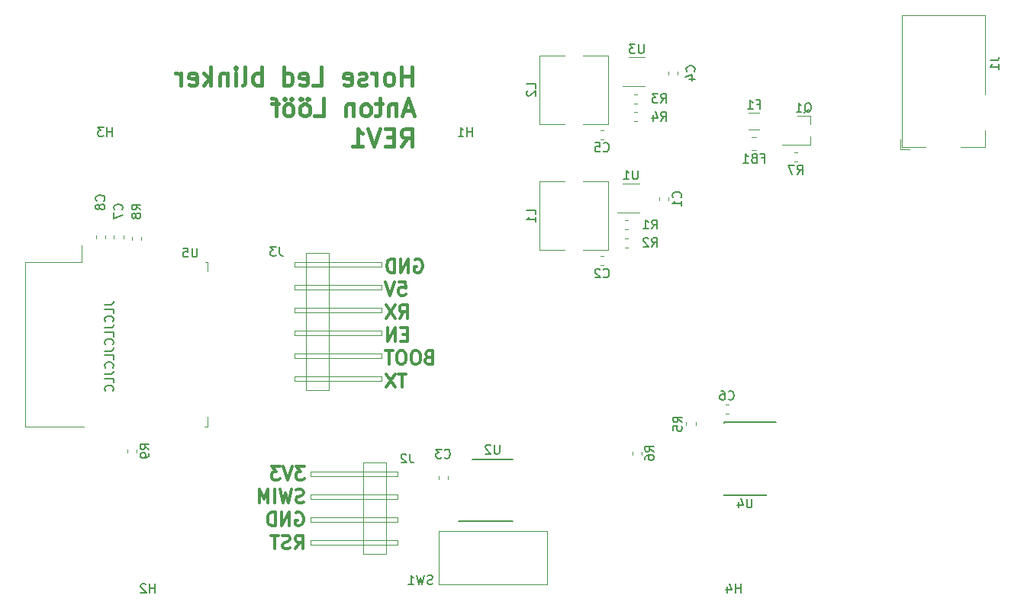
<source format=gbr>
G04 #@! TF.GenerationSoftware,KiCad,Pcbnew,(5.1.5)-3*
G04 #@! TF.CreationDate,2021-05-10T18:35:56+02:00*
G04 #@! TF.ProjectId,kicad,6b696361-642e-46b6-9963-61645f706362,rev?*
G04 #@! TF.SameCoordinates,Original*
G04 #@! TF.FileFunction,Legend,Bot*
G04 #@! TF.FilePolarity,Positive*
%FSLAX46Y46*%
G04 Gerber Fmt 4.6, Leading zero omitted, Abs format (unit mm)*
G04 Created by KiCad (PCBNEW (5.1.5)-3) date 2021-05-10 18:35:56*
%MOMM*%
%LPD*%
G04 APERTURE LIST*
%ADD10C,0.300000*%
%ADD11C,0.400000*%
%ADD12C,0.150000*%
%ADD13C,0.120000*%
%ADD14C,0.100000*%
G04 APERTURE END LIST*
D10*
X124090714Y-127853571D02*
X123162142Y-127853571D01*
X123662142Y-128425000D01*
X123447857Y-128425000D01*
X123305000Y-128496428D01*
X123233571Y-128567857D01*
X123162142Y-128710714D01*
X123162142Y-129067857D01*
X123233571Y-129210714D01*
X123305000Y-129282142D01*
X123447857Y-129353571D01*
X123876428Y-129353571D01*
X124019285Y-129282142D01*
X124090714Y-129210714D01*
X122733571Y-127853571D02*
X122233571Y-129353571D01*
X121733571Y-127853571D01*
X121376428Y-127853571D02*
X120447857Y-127853571D01*
X120947857Y-128425000D01*
X120733571Y-128425000D01*
X120590714Y-128496428D01*
X120519285Y-128567857D01*
X120447857Y-128710714D01*
X120447857Y-129067857D01*
X120519285Y-129210714D01*
X120590714Y-129282142D01*
X120733571Y-129353571D01*
X121162142Y-129353571D01*
X121305000Y-129282142D01*
X121376428Y-129210714D01*
X124019285Y-131832142D02*
X123805000Y-131903571D01*
X123447857Y-131903571D01*
X123305000Y-131832142D01*
X123233571Y-131760714D01*
X123162142Y-131617857D01*
X123162142Y-131475000D01*
X123233571Y-131332142D01*
X123305000Y-131260714D01*
X123447857Y-131189285D01*
X123733571Y-131117857D01*
X123876428Y-131046428D01*
X123947857Y-130975000D01*
X124019285Y-130832142D01*
X124019285Y-130689285D01*
X123947857Y-130546428D01*
X123876428Y-130475000D01*
X123733571Y-130403571D01*
X123376428Y-130403571D01*
X123162142Y-130475000D01*
X122662142Y-130403571D02*
X122305000Y-131903571D01*
X122019285Y-130832142D01*
X121733571Y-131903571D01*
X121376428Y-130403571D01*
X120805000Y-131903571D02*
X120805000Y-130403571D01*
X120090714Y-131903571D02*
X120090714Y-130403571D01*
X119590714Y-131475000D01*
X119090714Y-130403571D01*
X119090714Y-131903571D01*
X123162142Y-133025000D02*
X123305000Y-132953571D01*
X123519285Y-132953571D01*
X123733571Y-133025000D01*
X123876428Y-133167857D01*
X123947857Y-133310714D01*
X124019285Y-133596428D01*
X124019285Y-133810714D01*
X123947857Y-134096428D01*
X123876428Y-134239285D01*
X123733571Y-134382142D01*
X123519285Y-134453571D01*
X123376428Y-134453571D01*
X123162142Y-134382142D01*
X123090714Y-134310714D01*
X123090714Y-133810714D01*
X123376428Y-133810714D01*
X122447857Y-134453571D02*
X122447857Y-132953571D01*
X121590714Y-134453571D01*
X121590714Y-132953571D01*
X120876428Y-134453571D02*
X120876428Y-132953571D01*
X120519285Y-132953571D01*
X120305000Y-133025000D01*
X120162142Y-133167857D01*
X120090714Y-133310714D01*
X120019285Y-133596428D01*
X120019285Y-133810714D01*
X120090714Y-134096428D01*
X120162142Y-134239285D01*
X120305000Y-134382142D01*
X120519285Y-134453571D01*
X120876428Y-134453571D01*
X123090714Y-137003571D02*
X123590714Y-136289285D01*
X123947857Y-137003571D02*
X123947857Y-135503571D01*
X123376428Y-135503571D01*
X123233571Y-135575000D01*
X123162142Y-135646428D01*
X123090714Y-135789285D01*
X123090714Y-136003571D01*
X123162142Y-136146428D01*
X123233571Y-136217857D01*
X123376428Y-136289285D01*
X123947857Y-136289285D01*
X122519285Y-136932142D02*
X122305000Y-137003571D01*
X121947857Y-137003571D01*
X121805000Y-136932142D01*
X121733571Y-136860714D01*
X121662142Y-136717857D01*
X121662142Y-136575000D01*
X121733571Y-136432142D01*
X121805000Y-136360714D01*
X121947857Y-136289285D01*
X122233571Y-136217857D01*
X122376428Y-136146428D01*
X122447857Y-136075000D01*
X122519285Y-135932142D01*
X122519285Y-135789285D01*
X122447857Y-135646428D01*
X122376428Y-135575000D01*
X122233571Y-135503571D01*
X121876428Y-135503571D01*
X121662142Y-135575000D01*
X121233571Y-135503571D02*
X120376428Y-135503571D01*
X120805000Y-137003571D02*
X120805000Y-135503571D01*
X136373571Y-104875000D02*
X136516428Y-104803571D01*
X136730714Y-104803571D01*
X136945000Y-104875000D01*
X137087857Y-105017857D01*
X137159285Y-105160714D01*
X137230714Y-105446428D01*
X137230714Y-105660714D01*
X137159285Y-105946428D01*
X137087857Y-106089285D01*
X136945000Y-106232142D01*
X136730714Y-106303571D01*
X136587857Y-106303571D01*
X136373571Y-106232142D01*
X136302142Y-106160714D01*
X136302142Y-105660714D01*
X136587857Y-105660714D01*
X135659285Y-106303571D02*
X135659285Y-104803571D01*
X134802142Y-106303571D01*
X134802142Y-104803571D01*
X134087857Y-106303571D02*
X134087857Y-104803571D01*
X133730714Y-104803571D01*
X133516428Y-104875000D01*
X133373571Y-105017857D01*
X133302142Y-105160714D01*
X133230714Y-105446428D01*
X133230714Y-105660714D01*
X133302142Y-105946428D01*
X133373571Y-106089285D01*
X133516428Y-106232142D01*
X133730714Y-106303571D01*
X134087857Y-106303571D01*
X134587857Y-107353571D02*
X135302142Y-107353571D01*
X135373571Y-108067857D01*
X135302142Y-107996428D01*
X135159285Y-107925000D01*
X134802142Y-107925000D01*
X134659285Y-107996428D01*
X134587857Y-108067857D01*
X134516428Y-108210714D01*
X134516428Y-108567857D01*
X134587857Y-108710714D01*
X134659285Y-108782142D01*
X134802142Y-108853571D01*
X135159285Y-108853571D01*
X135302142Y-108782142D01*
X135373571Y-108710714D01*
X134087857Y-107353571D02*
X133587857Y-108853571D01*
X133087857Y-107353571D01*
X134659285Y-111403571D02*
X135159285Y-110689285D01*
X135516428Y-111403571D02*
X135516428Y-109903571D01*
X134945000Y-109903571D01*
X134802142Y-109975000D01*
X134730714Y-110046428D01*
X134659285Y-110189285D01*
X134659285Y-110403571D01*
X134730714Y-110546428D01*
X134802142Y-110617857D01*
X134945000Y-110689285D01*
X135516428Y-110689285D01*
X134159285Y-109903571D02*
X133159285Y-111403571D01*
X133159285Y-109903571D02*
X134159285Y-111403571D01*
X135516428Y-113167857D02*
X135016428Y-113167857D01*
X134802142Y-113953571D02*
X135516428Y-113953571D01*
X135516428Y-112453571D01*
X134802142Y-112453571D01*
X134159285Y-113953571D02*
X134159285Y-112453571D01*
X133302142Y-113953571D01*
X133302142Y-112453571D01*
X137873571Y-115717857D02*
X137659285Y-115789285D01*
X137587857Y-115860714D01*
X137516428Y-116003571D01*
X137516428Y-116217857D01*
X137587857Y-116360714D01*
X137659285Y-116432142D01*
X137802142Y-116503571D01*
X138373571Y-116503571D01*
X138373571Y-115003571D01*
X137873571Y-115003571D01*
X137730714Y-115075000D01*
X137659285Y-115146428D01*
X137587857Y-115289285D01*
X137587857Y-115432142D01*
X137659285Y-115575000D01*
X137730714Y-115646428D01*
X137873571Y-115717857D01*
X138373571Y-115717857D01*
X136587857Y-115003571D02*
X136302142Y-115003571D01*
X136159285Y-115075000D01*
X136016428Y-115217857D01*
X135945000Y-115503571D01*
X135945000Y-116003571D01*
X136016428Y-116289285D01*
X136159285Y-116432142D01*
X136302142Y-116503571D01*
X136587857Y-116503571D01*
X136730714Y-116432142D01*
X136873571Y-116289285D01*
X136945000Y-116003571D01*
X136945000Y-115503571D01*
X136873571Y-115217857D01*
X136730714Y-115075000D01*
X136587857Y-115003571D01*
X135016428Y-115003571D02*
X134730714Y-115003571D01*
X134587857Y-115075000D01*
X134445000Y-115217857D01*
X134373571Y-115503571D01*
X134373571Y-116003571D01*
X134445000Y-116289285D01*
X134587857Y-116432142D01*
X134730714Y-116503571D01*
X135016428Y-116503571D01*
X135159285Y-116432142D01*
X135302142Y-116289285D01*
X135373571Y-116003571D01*
X135373571Y-115503571D01*
X135302142Y-115217857D01*
X135159285Y-115075000D01*
X135016428Y-115003571D01*
X133945000Y-115003571D02*
X133087857Y-115003571D01*
X133516428Y-116503571D02*
X133516428Y-115003571D01*
X135373571Y-117553571D02*
X134516428Y-117553571D01*
X134945000Y-119053571D02*
X134945000Y-117553571D01*
X134159285Y-117553571D02*
X133159285Y-119053571D01*
X133159285Y-117553571D02*
X134159285Y-119053571D01*
D11*
X136013809Y-85504761D02*
X136013809Y-83504761D01*
X136013809Y-84457142D02*
X134870952Y-84457142D01*
X134870952Y-85504761D02*
X134870952Y-83504761D01*
X133632857Y-85504761D02*
X133823333Y-85409523D01*
X133918571Y-85314285D01*
X134013809Y-85123809D01*
X134013809Y-84552380D01*
X133918571Y-84361904D01*
X133823333Y-84266666D01*
X133632857Y-84171428D01*
X133347142Y-84171428D01*
X133156666Y-84266666D01*
X133061428Y-84361904D01*
X132966190Y-84552380D01*
X132966190Y-85123809D01*
X133061428Y-85314285D01*
X133156666Y-85409523D01*
X133347142Y-85504761D01*
X133632857Y-85504761D01*
X132109047Y-85504761D02*
X132109047Y-84171428D01*
X132109047Y-84552380D02*
X132013809Y-84361904D01*
X131918571Y-84266666D01*
X131728095Y-84171428D01*
X131537619Y-84171428D01*
X130966190Y-85409523D02*
X130775714Y-85504761D01*
X130394761Y-85504761D01*
X130204285Y-85409523D01*
X130109047Y-85219047D01*
X130109047Y-85123809D01*
X130204285Y-84933333D01*
X130394761Y-84838095D01*
X130680476Y-84838095D01*
X130870952Y-84742857D01*
X130966190Y-84552380D01*
X130966190Y-84457142D01*
X130870952Y-84266666D01*
X130680476Y-84171428D01*
X130394761Y-84171428D01*
X130204285Y-84266666D01*
X128490000Y-85409523D02*
X128680476Y-85504761D01*
X129061428Y-85504761D01*
X129251904Y-85409523D01*
X129347142Y-85219047D01*
X129347142Y-84457142D01*
X129251904Y-84266666D01*
X129061428Y-84171428D01*
X128680476Y-84171428D01*
X128490000Y-84266666D01*
X128394761Y-84457142D01*
X128394761Y-84647619D01*
X129347142Y-84838095D01*
X125061428Y-85504761D02*
X126013809Y-85504761D01*
X126013809Y-83504761D01*
X123632857Y-85409523D02*
X123823333Y-85504761D01*
X124204285Y-85504761D01*
X124394761Y-85409523D01*
X124490000Y-85219047D01*
X124490000Y-84457142D01*
X124394761Y-84266666D01*
X124204285Y-84171428D01*
X123823333Y-84171428D01*
X123632857Y-84266666D01*
X123537619Y-84457142D01*
X123537619Y-84647619D01*
X124490000Y-84838095D01*
X121823333Y-85504761D02*
X121823333Y-83504761D01*
X121823333Y-85409523D02*
X122013809Y-85504761D01*
X122394761Y-85504761D01*
X122585238Y-85409523D01*
X122680476Y-85314285D01*
X122775714Y-85123809D01*
X122775714Y-84552380D01*
X122680476Y-84361904D01*
X122585238Y-84266666D01*
X122394761Y-84171428D01*
X122013809Y-84171428D01*
X121823333Y-84266666D01*
X119347142Y-85504761D02*
X119347142Y-83504761D01*
X119347142Y-84266666D02*
X119156666Y-84171428D01*
X118775714Y-84171428D01*
X118585238Y-84266666D01*
X118490000Y-84361904D01*
X118394761Y-84552380D01*
X118394761Y-85123809D01*
X118490000Y-85314285D01*
X118585238Y-85409523D01*
X118775714Y-85504761D01*
X119156666Y-85504761D01*
X119347142Y-85409523D01*
X117251904Y-85504761D02*
X117442380Y-85409523D01*
X117537619Y-85219047D01*
X117537619Y-83504761D01*
X116490000Y-85504761D02*
X116490000Y-84171428D01*
X116490000Y-83504761D02*
X116585238Y-83600000D01*
X116490000Y-83695238D01*
X116394761Y-83600000D01*
X116490000Y-83504761D01*
X116490000Y-83695238D01*
X115537619Y-84171428D02*
X115537619Y-85504761D01*
X115537619Y-84361904D02*
X115442380Y-84266666D01*
X115251904Y-84171428D01*
X114966190Y-84171428D01*
X114775714Y-84266666D01*
X114680476Y-84457142D01*
X114680476Y-85504761D01*
X113728095Y-85504761D02*
X113728095Y-83504761D01*
X113537619Y-84742857D02*
X112966190Y-85504761D01*
X112966190Y-84171428D02*
X113728095Y-84933333D01*
X111347142Y-85409523D02*
X111537619Y-85504761D01*
X111918571Y-85504761D01*
X112109047Y-85409523D01*
X112204285Y-85219047D01*
X112204285Y-84457142D01*
X112109047Y-84266666D01*
X111918571Y-84171428D01*
X111537619Y-84171428D01*
X111347142Y-84266666D01*
X111251904Y-84457142D01*
X111251904Y-84647619D01*
X112204285Y-84838095D01*
X110394761Y-85504761D02*
X110394761Y-84171428D01*
X110394761Y-84552380D02*
X110299523Y-84361904D01*
X110204285Y-84266666D01*
X110013809Y-84171428D01*
X109823333Y-84171428D01*
X136109047Y-88333333D02*
X135156666Y-88333333D01*
X136299523Y-88904761D02*
X135632857Y-86904761D01*
X134966190Y-88904761D01*
X134299523Y-87571428D02*
X134299523Y-88904761D01*
X134299523Y-87761904D02*
X134204285Y-87666666D01*
X134013809Y-87571428D01*
X133728095Y-87571428D01*
X133537619Y-87666666D01*
X133442380Y-87857142D01*
X133442380Y-88904761D01*
X132775714Y-87571428D02*
X132013809Y-87571428D01*
X132490000Y-86904761D02*
X132490000Y-88619047D01*
X132394761Y-88809523D01*
X132204285Y-88904761D01*
X132013809Y-88904761D01*
X131061428Y-88904761D02*
X131251904Y-88809523D01*
X131347142Y-88714285D01*
X131442380Y-88523809D01*
X131442380Y-87952380D01*
X131347142Y-87761904D01*
X131251904Y-87666666D01*
X131061428Y-87571428D01*
X130775714Y-87571428D01*
X130585238Y-87666666D01*
X130490000Y-87761904D01*
X130394761Y-87952380D01*
X130394761Y-88523809D01*
X130490000Y-88714285D01*
X130585238Y-88809523D01*
X130775714Y-88904761D01*
X131061428Y-88904761D01*
X129537619Y-87571428D02*
X129537619Y-88904761D01*
X129537619Y-87761904D02*
X129442380Y-87666666D01*
X129251904Y-87571428D01*
X128966190Y-87571428D01*
X128775714Y-87666666D01*
X128680476Y-87857142D01*
X128680476Y-88904761D01*
X125251904Y-88904761D02*
X126204285Y-88904761D01*
X126204285Y-86904761D01*
X124299523Y-88904761D02*
X124490000Y-88809523D01*
X124585238Y-88714285D01*
X124680476Y-88523809D01*
X124680476Y-87952380D01*
X124585238Y-87761904D01*
X124490000Y-87666666D01*
X124299523Y-87571428D01*
X124013809Y-87571428D01*
X123823333Y-87666666D01*
X123728095Y-87761904D01*
X123632857Y-87952380D01*
X123632857Y-88523809D01*
X123728095Y-88714285D01*
X123823333Y-88809523D01*
X124013809Y-88904761D01*
X124299523Y-88904761D01*
X124490000Y-86904761D02*
X124394761Y-87000000D01*
X124490000Y-87095238D01*
X124585238Y-87000000D01*
X124490000Y-86904761D01*
X124490000Y-87095238D01*
X123728095Y-86904761D02*
X123632857Y-87000000D01*
X123728095Y-87095238D01*
X123823333Y-87000000D01*
X123728095Y-86904761D01*
X123728095Y-87095238D01*
X122490000Y-88904761D02*
X122680476Y-88809523D01*
X122775714Y-88714285D01*
X122870952Y-88523809D01*
X122870952Y-87952380D01*
X122775714Y-87761904D01*
X122680476Y-87666666D01*
X122490000Y-87571428D01*
X122204285Y-87571428D01*
X122013809Y-87666666D01*
X121918571Y-87761904D01*
X121823333Y-87952380D01*
X121823333Y-88523809D01*
X121918571Y-88714285D01*
X122013809Y-88809523D01*
X122204285Y-88904761D01*
X122490000Y-88904761D01*
X122680476Y-86904761D02*
X122585238Y-87000000D01*
X122680476Y-87095238D01*
X122775714Y-87000000D01*
X122680476Y-86904761D01*
X122680476Y-87095238D01*
X121918571Y-86904761D02*
X121823333Y-87000000D01*
X121918571Y-87095238D01*
X122013809Y-87000000D01*
X121918571Y-86904761D01*
X121918571Y-87095238D01*
X121251904Y-87571428D02*
X120490000Y-87571428D01*
X120966190Y-88904761D02*
X120966190Y-87190476D01*
X120870952Y-87000000D01*
X120680476Y-86904761D01*
X120490000Y-86904761D01*
X134870952Y-92304761D02*
X135537619Y-91352380D01*
X136013809Y-92304761D02*
X136013809Y-90304761D01*
X135251904Y-90304761D01*
X135061428Y-90400000D01*
X134966190Y-90495238D01*
X134870952Y-90685714D01*
X134870952Y-90971428D01*
X134966190Y-91161904D01*
X135061428Y-91257142D01*
X135251904Y-91352380D01*
X136013809Y-91352380D01*
X134013809Y-91257142D02*
X133347142Y-91257142D01*
X133061428Y-92304761D02*
X134013809Y-92304761D01*
X134013809Y-90304761D01*
X133061428Y-90304761D01*
X132490000Y-90304761D02*
X131823333Y-92304761D01*
X131156666Y-90304761D01*
X129442380Y-92304761D02*
X130585238Y-92304761D01*
X130013809Y-92304761D02*
X130013809Y-90304761D01*
X130204285Y-90590476D01*
X130394761Y-90780952D01*
X130585238Y-90876190D01*
D12*
X101952380Y-109880952D02*
X102666666Y-109880952D01*
X102809523Y-109833333D01*
X102904761Y-109738095D01*
X102952380Y-109595238D01*
X102952380Y-109500000D01*
X102952380Y-110833333D02*
X102952380Y-110357142D01*
X101952380Y-110357142D01*
X102857142Y-111738095D02*
X102904761Y-111690476D01*
X102952380Y-111547619D01*
X102952380Y-111452380D01*
X102904761Y-111309523D01*
X102809523Y-111214285D01*
X102714285Y-111166666D01*
X102523809Y-111119047D01*
X102380952Y-111119047D01*
X102190476Y-111166666D01*
X102095238Y-111214285D01*
X102000000Y-111309523D01*
X101952380Y-111452380D01*
X101952380Y-111547619D01*
X102000000Y-111690476D01*
X102047619Y-111738095D01*
X101952380Y-112452380D02*
X102666666Y-112452380D01*
X102809523Y-112404761D01*
X102904761Y-112309523D01*
X102952380Y-112166666D01*
X102952380Y-112071428D01*
X102952380Y-113404761D02*
X102952380Y-112928571D01*
X101952380Y-112928571D01*
X102857142Y-114309523D02*
X102904761Y-114261904D01*
X102952380Y-114119047D01*
X102952380Y-114023809D01*
X102904761Y-113880952D01*
X102809523Y-113785714D01*
X102714285Y-113738095D01*
X102523809Y-113690476D01*
X102380952Y-113690476D01*
X102190476Y-113738095D01*
X102095238Y-113785714D01*
X102000000Y-113880952D01*
X101952380Y-114023809D01*
X101952380Y-114119047D01*
X102000000Y-114261904D01*
X102047619Y-114309523D01*
X101952380Y-115023809D02*
X102666666Y-115023809D01*
X102809523Y-114976190D01*
X102904761Y-114880952D01*
X102952380Y-114738095D01*
X102952380Y-114642857D01*
X102952380Y-115976190D02*
X102952380Y-115500000D01*
X101952380Y-115500000D01*
X102857142Y-116880952D02*
X102904761Y-116833333D01*
X102952380Y-116690476D01*
X102952380Y-116595238D01*
X102904761Y-116452380D01*
X102809523Y-116357142D01*
X102714285Y-116309523D01*
X102523809Y-116261904D01*
X102380952Y-116261904D01*
X102190476Y-116309523D01*
X102095238Y-116357142D01*
X102000000Y-116452380D01*
X101952380Y-116595238D01*
X101952380Y-116690476D01*
X102000000Y-116833333D01*
X102047619Y-116880952D01*
X101952380Y-117595238D02*
X102666666Y-117595238D01*
X102809523Y-117547619D01*
X102904761Y-117452380D01*
X102952380Y-117309523D01*
X102952380Y-117214285D01*
X102952380Y-118547619D02*
X102952380Y-118071428D01*
X101952380Y-118071428D01*
X102857142Y-119452380D02*
X102904761Y-119404761D01*
X102952380Y-119261904D01*
X102952380Y-119166666D01*
X102904761Y-119023809D01*
X102809523Y-118928571D01*
X102714285Y-118880952D01*
X102523809Y-118833333D01*
X102380952Y-118833333D01*
X102190476Y-118880952D01*
X102095238Y-118928571D01*
X102000000Y-119023809D01*
X101952380Y-119166666D01*
X101952380Y-119261904D01*
X102000000Y-119404761D01*
X102047619Y-119452380D01*
D13*
X190400000Y-92400000D02*
X193000000Y-92400000D01*
X190400000Y-77700000D02*
X190400000Y-92400000D01*
X199600000Y-92400000D02*
X199600000Y-90500000D01*
X196900000Y-92400000D02*
X199600000Y-92400000D01*
X199600000Y-77700000D02*
X190400000Y-77700000D01*
X199600000Y-86500000D02*
X199600000Y-77700000D01*
X190200000Y-91550000D02*
X190200000Y-92600000D01*
X191250000Y-92600000D02*
X190200000Y-92600000D01*
D14*
X113110000Y-105180000D02*
X113330000Y-105180000D01*
X113330000Y-105180000D02*
X113330000Y-106200000D01*
X113010000Y-123420000D02*
X113310000Y-123420000D01*
X113330000Y-122300000D02*
X113330000Y-123420000D01*
X93090000Y-105180000D02*
X93090000Y-123420000D01*
X93090000Y-123420000D02*
X99610000Y-123420000D01*
X93090000Y-105180000D02*
X99410000Y-105180000D01*
X99410000Y-105180000D02*
X99410000Y-103300000D01*
D13*
X104490000Y-126296267D02*
X104490000Y-125953733D01*
X105510000Y-126296267D02*
X105510000Y-125953733D01*
X106010000Y-102328733D02*
X106010000Y-102671267D01*
X104990000Y-102328733D02*
X104990000Y-102671267D01*
X178453733Y-92990000D02*
X178796267Y-92990000D01*
X178453733Y-94010000D02*
X178796267Y-94010000D01*
X180260000Y-88920000D02*
X178800000Y-88920000D01*
X180260000Y-92080000D02*
X177100000Y-92080000D01*
X180260000Y-92080000D02*
X180260000Y-91150000D01*
X180260000Y-88920000D02*
X180260000Y-89850000D01*
X123032000Y-105634500D02*
X132684000Y-105634500D01*
X126842000Y-104110500D02*
X126842000Y-114207000D01*
X132684000Y-107666500D02*
X123032000Y-107666500D01*
X132684000Y-105126500D02*
X123032000Y-105126500D01*
X124302000Y-113000500D02*
X124302000Y-104110500D01*
X123032000Y-105126500D02*
X123032000Y-105634500D01*
X123032000Y-108174500D02*
X132684000Y-108174500D01*
X132684000Y-108174500D02*
X132684000Y-107666500D01*
X132684000Y-105634500D02*
X132684000Y-105126500D01*
X124302000Y-104110500D02*
X126842000Y-104110500D01*
X123032000Y-107666500D02*
X123032000Y-108174500D01*
X123032000Y-110206500D02*
X123032000Y-110714500D01*
X132684000Y-110206500D02*
X123032000Y-110206500D01*
X132684000Y-110714500D02*
X132684000Y-110206500D01*
X123032000Y-110714500D02*
X132684000Y-110714500D01*
X123032000Y-112746500D02*
X123032000Y-113254500D01*
X132684000Y-112746500D02*
X123032000Y-112746500D01*
X132684000Y-113254500D02*
X132684000Y-112746500D01*
X123032000Y-113254500D02*
X132684000Y-113254500D01*
X123032000Y-115286500D02*
X123032000Y-115794500D01*
X132684000Y-115286500D02*
X123032000Y-115286500D01*
X132684000Y-115794500D02*
X132684000Y-115286500D01*
X123032000Y-115794500D02*
X132684000Y-115794500D01*
X123032000Y-117826500D02*
X123032000Y-118334500D01*
X132684000Y-117826500D02*
X123032000Y-117826500D01*
X132684000Y-118334500D02*
X132684000Y-117826500D01*
X123032000Y-118334500D02*
X132684000Y-118334500D01*
X124302000Y-119287000D02*
X124302000Y-118080500D01*
X126842000Y-119350500D02*
X124302000Y-119350500D01*
X126842000Y-109190500D02*
X126842000Y-119287000D01*
X124302000Y-118080500D02*
X124302000Y-109190500D01*
X100990000Y-102546267D02*
X100990000Y-102203733D01*
X102010000Y-102546267D02*
X102010000Y-102203733D01*
X102990000Y-102546267D02*
X102990000Y-102203733D01*
X104010000Y-102546267D02*
X104010000Y-102203733D01*
D12*
X175325000Y-131025000D02*
X170675000Y-131025000D01*
X176400000Y-122925000D02*
X170675000Y-122925000D01*
X175325000Y-131025000D02*
X175325000Y-131000000D01*
X170675000Y-131025000D02*
X170675000Y-131000000D01*
X170675000Y-122975000D02*
X170675000Y-123000000D01*
D13*
X161900000Y-85610000D02*
X159450000Y-85610000D01*
X160100000Y-82390000D02*
X161900000Y-82390000D01*
X160490000Y-126546267D02*
X160490000Y-126203733D01*
X161510000Y-126546267D02*
X161510000Y-126203733D01*
X167510000Y-122953733D02*
X167510000Y-123296267D01*
X166490000Y-122953733D02*
X166490000Y-123296267D01*
X161046267Y-89510000D02*
X160703733Y-89510000D01*
X161046267Y-88490000D02*
X160703733Y-88490000D01*
X160703733Y-86490000D02*
X161046267Y-86490000D01*
X160703733Y-87510000D02*
X161046267Y-87510000D01*
X157800000Y-82200000D02*
X155050000Y-82200000D01*
X157800000Y-89800000D02*
X155050000Y-89800000D01*
X157800000Y-82200000D02*
X157800000Y-89800000D01*
X152950000Y-89800000D02*
X150200000Y-89800000D01*
X150200000Y-82200000D02*
X150200000Y-89800000D01*
X152950000Y-82200000D02*
X150200000Y-82200000D01*
X170828733Y-120990000D02*
X171171267Y-120990000D01*
X170828733Y-122010000D02*
X171171267Y-122010000D01*
X156953733Y-90490000D02*
X157296267Y-90490000D01*
X156953733Y-91510000D02*
X157296267Y-91510000D01*
X165510000Y-83953733D02*
X165510000Y-84296267D01*
X164490000Y-83953733D02*
X164490000Y-84296267D01*
X134468000Y-136564000D02*
X134468000Y-136056000D01*
X124816000Y-136564000D02*
X134468000Y-136564000D01*
X124816000Y-136056000D02*
X124816000Y-136564000D01*
X134468000Y-136056000D02*
X124816000Y-136056000D01*
X134468000Y-134024000D02*
X134468000Y-133516000D01*
X124816000Y-134024000D02*
X134468000Y-134024000D01*
X124816000Y-133516000D02*
X124816000Y-134024000D01*
X134468000Y-133516000D02*
X124816000Y-133516000D01*
X134468000Y-131484000D02*
X134468000Y-130976000D01*
X124816000Y-131484000D02*
X134468000Y-131484000D01*
X124816000Y-130976000D02*
X124816000Y-131484000D01*
X134468000Y-130976000D02*
X124816000Y-130976000D01*
X134468000Y-128944000D02*
X134468000Y-128436000D01*
X124816000Y-128944000D02*
X134468000Y-128944000D01*
X124816000Y-128436000D02*
X124816000Y-128944000D01*
X134468000Y-128436000D02*
X124816000Y-128436000D01*
X133198000Y-127483500D02*
X133198000Y-128690000D01*
X130658000Y-127420000D02*
X133198000Y-127420000D01*
X130658000Y-137580000D02*
X130658000Y-127483500D01*
X133198000Y-137580000D02*
X130658000Y-137580000D01*
X133198000Y-128690000D02*
X133198000Y-137580000D01*
D12*
X141250000Y-133950000D02*
X147225000Y-133950000D01*
X142775000Y-127050000D02*
X147225000Y-127050000D01*
D13*
X161250000Y-99610000D02*
X158800000Y-99610000D01*
X159450000Y-96390000D02*
X161250000Y-96390000D01*
X139000000Y-135000000D02*
X139000000Y-141000000D01*
X151000000Y-135000000D02*
X139000000Y-135000000D01*
X151000000Y-141000000D02*
X151000000Y-135000000D01*
X139000000Y-141000000D02*
X151000000Y-141000000D01*
X160046267Y-103510000D02*
X159703733Y-103510000D01*
X160046267Y-102490000D02*
X159703733Y-102490000D01*
X159703733Y-100490000D02*
X160046267Y-100490000D01*
X159703733Y-101510000D02*
X160046267Y-101510000D01*
X157800000Y-96200000D02*
X155050000Y-96200000D01*
X157800000Y-103800000D02*
X155050000Y-103800000D01*
X157800000Y-96200000D02*
X157800000Y-103800000D01*
X152950000Y-103800000D02*
X150200000Y-103800000D01*
X150200000Y-96200000D02*
X150200000Y-103800000D01*
X152950000Y-96200000D02*
X150200000Y-96200000D01*
X173738748Y-91290000D02*
X174261252Y-91290000D01*
X173738748Y-92710000D02*
X174261252Y-92710000D01*
X174614564Y-90410000D02*
X173410436Y-90410000D01*
X174614564Y-88590000D02*
X173410436Y-88590000D01*
X140010000Y-128953733D02*
X140010000Y-129296267D01*
X138990000Y-128953733D02*
X138990000Y-129296267D01*
X156953733Y-104490000D02*
X157296267Y-104490000D01*
X156953733Y-105510000D02*
X157296267Y-105510000D01*
X164510000Y-97953733D02*
X164510000Y-98296267D01*
X163490000Y-97953733D02*
X163490000Y-98296267D01*
D12*
X200202380Y-82716666D02*
X200916666Y-82716666D01*
X201059523Y-82669047D01*
X201154761Y-82573809D01*
X201202380Y-82430952D01*
X201202380Y-82335714D01*
X201202380Y-83716666D02*
X201202380Y-83145238D01*
X201202380Y-83430952D02*
X200202380Y-83430952D01*
X200345238Y-83335714D01*
X200440476Y-83240476D01*
X200488095Y-83145238D01*
X112201904Y-103582380D02*
X112201904Y-104391904D01*
X112154285Y-104487142D01*
X112106666Y-104534761D01*
X112011428Y-104582380D01*
X111820952Y-104582380D01*
X111725714Y-104534761D01*
X111678095Y-104487142D01*
X111630476Y-104391904D01*
X111630476Y-103582380D01*
X110678095Y-103582380D02*
X111154285Y-103582380D01*
X111201904Y-104058571D01*
X111154285Y-104010952D01*
X111059047Y-103963333D01*
X110820952Y-103963333D01*
X110725714Y-104010952D01*
X110678095Y-104058571D01*
X110630476Y-104153809D01*
X110630476Y-104391904D01*
X110678095Y-104487142D01*
X110725714Y-104534761D01*
X110820952Y-104582380D01*
X111059047Y-104582380D01*
X111154285Y-104534761D01*
X111201904Y-104487142D01*
X106882380Y-125958333D02*
X106406190Y-125625000D01*
X106882380Y-125386904D02*
X105882380Y-125386904D01*
X105882380Y-125767857D01*
X105930000Y-125863095D01*
X105977619Y-125910714D01*
X106072857Y-125958333D01*
X106215714Y-125958333D01*
X106310952Y-125910714D01*
X106358571Y-125863095D01*
X106406190Y-125767857D01*
X106406190Y-125386904D01*
X106882380Y-126434523D02*
X106882380Y-126625000D01*
X106834761Y-126720238D01*
X106787142Y-126767857D01*
X106644285Y-126863095D01*
X106453809Y-126910714D01*
X106072857Y-126910714D01*
X105977619Y-126863095D01*
X105930000Y-126815476D01*
X105882380Y-126720238D01*
X105882380Y-126529761D01*
X105930000Y-126434523D01*
X105977619Y-126386904D01*
X106072857Y-126339285D01*
X106310952Y-126339285D01*
X106406190Y-126386904D01*
X106453809Y-126434523D01*
X106501428Y-126529761D01*
X106501428Y-126720238D01*
X106453809Y-126815476D01*
X106406190Y-126863095D01*
X106310952Y-126910714D01*
X105952380Y-99333333D02*
X105476190Y-99000000D01*
X105952380Y-98761904D02*
X104952380Y-98761904D01*
X104952380Y-99142857D01*
X105000000Y-99238095D01*
X105047619Y-99285714D01*
X105142857Y-99333333D01*
X105285714Y-99333333D01*
X105380952Y-99285714D01*
X105428571Y-99238095D01*
X105476190Y-99142857D01*
X105476190Y-98761904D01*
X105380952Y-99904761D02*
X105333333Y-99809523D01*
X105285714Y-99761904D01*
X105190476Y-99714285D01*
X105142857Y-99714285D01*
X105047619Y-99761904D01*
X105000000Y-99809523D01*
X104952380Y-99904761D01*
X104952380Y-100095238D01*
X105000000Y-100190476D01*
X105047619Y-100238095D01*
X105142857Y-100285714D01*
X105190476Y-100285714D01*
X105285714Y-100238095D01*
X105333333Y-100190476D01*
X105380952Y-100095238D01*
X105380952Y-99904761D01*
X105428571Y-99809523D01*
X105476190Y-99761904D01*
X105571428Y-99714285D01*
X105761904Y-99714285D01*
X105857142Y-99761904D01*
X105904761Y-99809523D01*
X105952380Y-99904761D01*
X105952380Y-100095238D01*
X105904761Y-100190476D01*
X105857142Y-100238095D01*
X105761904Y-100285714D01*
X105571428Y-100285714D01*
X105476190Y-100238095D01*
X105428571Y-100190476D01*
X105380952Y-100095238D01*
X178791666Y-95382380D02*
X179125000Y-94906190D01*
X179363095Y-95382380D02*
X179363095Y-94382380D01*
X178982142Y-94382380D01*
X178886904Y-94430000D01*
X178839285Y-94477619D01*
X178791666Y-94572857D01*
X178791666Y-94715714D01*
X178839285Y-94810952D01*
X178886904Y-94858571D01*
X178982142Y-94906190D01*
X179363095Y-94906190D01*
X178458333Y-94382380D02*
X177791666Y-94382380D01*
X178220238Y-95382380D01*
X179595238Y-88547619D02*
X179690476Y-88500000D01*
X179785714Y-88404761D01*
X179928571Y-88261904D01*
X180023809Y-88214285D01*
X180119047Y-88214285D01*
X180071428Y-88452380D02*
X180166666Y-88404761D01*
X180261904Y-88309523D01*
X180309523Y-88119047D01*
X180309523Y-87785714D01*
X180261904Y-87595238D01*
X180166666Y-87500000D01*
X180071428Y-87452380D01*
X179880952Y-87452380D01*
X179785714Y-87500000D01*
X179690476Y-87595238D01*
X179642857Y-87785714D01*
X179642857Y-88119047D01*
X179690476Y-88309523D01*
X179785714Y-88404761D01*
X179880952Y-88452380D01*
X180071428Y-88452380D01*
X178690476Y-88452380D02*
X179261904Y-88452380D01*
X178976190Y-88452380D02*
X178976190Y-87452380D01*
X179071428Y-87595238D01*
X179166666Y-87690476D01*
X179261904Y-87738095D01*
X121333333Y-103452380D02*
X121333333Y-104166666D01*
X121380952Y-104309523D01*
X121476190Y-104404761D01*
X121619047Y-104452380D01*
X121714285Y-104452380D01*
X120952380Y-103452380D02*
X120333333Y-103452380D01*
X120666666Y-103833333D01*
X120523809Y-103833333D01*
X120428571Y-103880952D01*
X120380952Y-103928571D01*
X120333333Y-104023809D01*
X120333333Y-104261904D01*
X120380952Y-104357142D01*
X120428571Y-104404761D01*
X120523809Y-104452380D01*
X120809523Y-104452380D01*
X120904761Y-104404761D01*
X120952380Y-104357142D01*
X101857142Y-98333333D02*
X101904761Y-98285714D01*
X101952380Y-98142857D01*
X101952380Y-98047619D01*
X101904761Y-97904761D01*
X101809523Y-97809523D01*
X101714285Y-97761904D01*
X101523809Y-97714285D01*
X101380952Y-97714285D01*
X101190476Y-97761904D01*
X101095238Y-97809523D01*
X101000000Y-97904761D01*
X100952380Y-98047619D01*
X100952380Y-98142857D01*
X101000000Y-98285714D01*
X101047619Y-98333333D01*
X101380952Y-98904761D02*
X101333333Y-98809523D01*
X101285714Y-98761904D01*
X101190476Y-98714285D01*
X101142857Y-98714285D01*
X101047619Y-98761904D01*
X101000000Y-98809523D01*
X100952380Y-98904761D01*
X100952380Y-99095238D01*
X101000000Y-99190476D01*
X101047619Y-99238095D01*
X101142857Y-99285714D01*
X101190476Y-99285714D01*
X101285714Y-99238095D01*
X101333333Y-99190476D01*
X101380952Y-99095238D01*
X101380952Y-98904761D01*
X101428571Y-98809523D01*
X101476190Y-98761904D01*
X101571428Y-98714285D01*
X101761904Y-98714285D01*
X101857142Y-98761904D01*
X101904761Y-98809523D01*
X101952380Y-98904761D01*
X101952380Y-99095238D01*
X101904761Y-99190476D01*
X101857142Y-99238095D01*
X101761904Y-99285714D01*
X101571428Y-99285714D01*
X101476190Y-99238095D01*
X101428571Y-99190476D01*
X101380952Y-99095238D01*
X103857142Y-99333333D02*
X103904761Y-99285714D01*
X103952380Y-99142857D01*
X103952380Y-99047619D01*
X103904761Y-98904761D01*
X103809523Y-98809523D01*
X103714285Y-98761904D01*
X103523809Y-98714285D01*
X103380952Y-98714285D01*
X103190476Y-98761904D01*
X103095238Y-98809523D01*
X103000000Y-98904761D01*
X102952380Y-99047619D01*
X102952380Y-99142857D01*
X103000000Y-99285714D01*
X103047619Y-99333333D01*
X102952380Y-99666666D02*
X102952380Y-100333333D01*
X103952380Y-99904761D01*
X173761904Y-131452380D02*
X173761904Y-132261904D01*
X173714285Y-132357142D01*
X173666666Y-132404761D01*
X173571428Y-132452380D01*
X173380952Y-132452380D01*
X173285714Y-132404761D01*
X173238095Y-132357142D01*
X173190476Y-132261904D01*
X173190476Y-131452380D01*
X172285714Y-131785714D02*
X172285714Y-132452380D01*
X172523809Y-131404761D02*
X172761904Y-132119047D01*
X172142857Y-132119047D01*
X161761904Y-80952380D02*
X161761904Y-81761904D01*
X161714285Y-81857142D01*
X161666666Y-81904761D01*
X161571428Y-81952380D01*
X161380952Y-81952380D01*
X161285714Y-81904761D01*
X161238095Y-81857142D01*
X161190476Y-81761904D01*
X161190476Y-80952380D01*
X160809523Y-80952380D02*
X160190476Y-80952380D01*
X160523809Y-81333333D01*
X160380952Y-81333333D01*
X160285714Y-81380952D01*
X160238095Y-81428571D01*
X160190476Y-81523809D01*
X160190476Y-81761904D01*
X160238095Y-81857142D01*
X160285714Y-81904761D01*
X160380952Y-81952380D01*
X160666666Y-81952380D01*
X160761904Y-81904761D01*
X160809523Y-81857142D01*
X162882380Y-126208333D02*
X162406190Y-125875000D01*
X162882380Y-125636904D02*
X161882380Y-125636904D01*
X161882380Y-126017857D01*
X161930000Y-126113095D01*
X161977619Y-126160714D01*
X162072857Y-126208333D01*
X162215714Y-126208333D01*
X162310952Y-126160714D01*
X162358571Y-126113095D01*
X162406190Y-126017857D01*
X162406190Y-125636904D01*
X161882380Y-127065476D02*
X161882380Y-126875000D01*
X161930000Y-126779761D01*
X161977619Y-126732142D01*
X162120476Y-126636904D01*
X162310952Y-126589285D01*
X162691904Y-126589285D01*
X162787142Y-126636904D01*
X162834761Y-126684523D01*
X162882380Y-126779761D01*
X162882380Y-126970238D01*
X162834761Y-127065476D01*
X162787142Y-127113095D01*
X162691904Y-127160714D01*
X162453809Y-127160714D01*
X162358571Y-127113095D01*
X162310952Y-127065476D01*
X162263333Y-126970238D01*
X162263333Y-126779761D01*
X162310952Y-126684523D01*
X162358571Y-126636904D01*
X162453809Y-126589285D01*
X166022380Y-122958333D02*
X165546190Y-122625000D01*
X166022380Y-122386904D02*
X165022380Y-122386904D01*
X165022380Y-122767857D01*
X165070000Y-122863095D01*
X165117619Y-122910714D01*
X165212857Y-122958333D01*
X165355714Y-122958333D01*
X165450952Y-122910714D01*
X165498571Y-122863095D01*
X165546190Y-122767857D01*
X165546190Y-122386904D01*
X165022380Y-123863095D02*
X165022380Y-123386904D01*
X165498571Y-123339285D01*
X165450952Y-123386904D01*
X165403333Y-123482142D01*
X165403333Y-123720238D01*
X165450952Y-123815476D01*
X165498571Y-123863095D01*
X165593809Y-123910714D01*
X165831904Y-123910714D01*
X165927142Y-123863095D01*
X165974761Y-123815476D01*
X166022380Y-123720238D01*
X166022380Y-123482142D01*
X165974761Y-123386904D01*
X165927142Y-123339285D01*
X163666666Y-89452380D02*
X164000000Y-88976190D01*
X164238095Y-89452380D02*
X164238095Y-88452380D01*
X163857142Y-88452380D01*
X163761904Y-88500000D01*
X163714285Y-88547619D01*
X163666666Y-88642857D01*
X163666666Y-88785714D01*
X163714285Y-88880952D01*
X163761904Y-88928571D01*
X163857142Y-88976190D01*
X164238095Y-88976190D01*
X162809523Y-88785714D02*
X162809523Y-89452380D01*
X163047619Y-88404761D02*
X163285714Y-89119047D01*
X162666666Y-89119047D01*
X163666666Y-87452380D02*
X164000000Y-86976190D01*
X164238095Y-87452380D02*
X164238095Y-86452380D01*
X163857142Y-86452380D01*
X163761904Y-86500000D01*
X163714285Y-86547619D01*
X163666666Y-86642857D01*
X163666666Y-86785714D01*
X163714285Y-86880952D01*
X163761904Y-86928571D01*
X163857142Y-86976190D01*
X164238095Y-86976190D01*
X163333333Y-86452380D02*
X162714285Y-86452380D01*
X163047619Y-86833333D01*
X162904761Y-86833333D01*
X162809523Y-86880952D01*
X162761904Y-86928571D01*
X162714285Y-87023809D01*
X162714285Y-87261904D01*
X162761904Y-87357142D01*
X162809523Y-87404761D01*
X162904761Y-87452380D01*
X163190476Y-87452380D01*
X163285714Y-87404761D01*
X163333333Y-87357142D01*
X149752380Y-85833333D02*
X149752380Y-85357142D01*
X148752380Y-85357142D01*
X148847619Y-86119047D02*
X148800000Y-86166666D01*
X148752380Y-86261904D01*
X148752380Y-86500000D01*
X148800000Y-86595238D01*
X148847619Y-86642857D01*
X148942857Y-86690476D01*
X149038095Y-86690476D01*
X149180952Y-86642857D01*
X149752380Y-86071428D01*
X149752380Y-86690476D01*
X171166666Y-120357142D02*
X171214285Y-120404761D01*
X171357142Y-120452380D01*
X171452380Y-120452380D01*
X171595238Y-120404761D01*
X171690476Y-120309523D01*
X171738095Y-120214285D01*
X171785714Y-120023809D01*
X171785714Y-119880952D01*
X171738095Y-119690476D01*
X171690476Y-119595238D01*
X171595238Y-119500000D01*
X171452380Y-119452380D01*
X171357142Y-119452380D01*
X171214285Y-119500000D01*
X171166666Y-119547619D01*
X170309523Y-119452380D02*
X170500000Y-119452380D01*
X170595238Y-119500000D01*
X170642857Y-119547619D01*
X170738095Y-119690476D01*
X170785714Y-119880952D01*
X170785714Y-120261904D01*
X170738095Y-120357142D01*
X170690476Y-120404761D01*
X170595238Y-120452380D01*
X170404761Y-120452380D01*
X170309523Y-120404761D01*
X170261904Y-120357142D01*
X170214285Y-120261904D01*
X170214285Y-120023809D01*
X170261904Y-119928571D01*
X170309523Y-119880952D01*
X170404761Y-119833333D01*
X170595238Y-119833333D01*
X170690476Y-119880952D01*
X170738095Y-119928571D01*
X170785714Y-120023809D01*
X157291666Y-92787142D02*
X157339285Y-92834761D01*
X157482142Y-92882380D01*
X157577380Y-92882380D01*
X157720238Y-92834761D01*
X157815476Y-92739523D01*
X157863095Y-92644285D01*
X157910714Y-92453809D01*
X157910714Y-92310952D01*
X157863095Y-92120476D01*
X157815476Y-92025238D01*
X157720238Y-91930000D01*
X157577380Y-91882380D01*
X157482142Y-91882380D01*
X157339285Y-91930000D01*
X157291666Y-91977619D01*
X156386904Y-91882380D02*
X156863095Y-91882380D01*
X156910714Y-92358571D01*
X156863095Y-92310952D01*
X156767857Y-92263333D01*
X156529761Y-92263333D01*
X156434523Y-92310952D01*
X156386904Y-92358571D01*
X156339285Y-92453809D01*
X156339285Y-92691904D01*
X156386904Y-92787142D01*
X156434523Y-92834761D01*
X156529761Y-92882380D01*
X156767857Y-92882380D01*
X156863095Y-92834761D01*
X156910714Y-92787142D01*
X167357142Y-83958333D02*
X167404761Y-83910714D01*
X167452380Y-83767857D01*
X167452380Y-83672619D01*
X167404761Y-83529761D01*
X167309523Y-83434523D01*
X167214285Y-83386904D01*
X167023809Y-83339285D01*
X166880952Y-83339285D01*
X166690476Y-83386904D01*
X166595238Y-83434523D01*
X166500000Y-83529761D01*
X166452380Y-83672619D01*
X166452380Y-83767857D01*
X166500000Y-83910714D01*
X166547619Y-83958333D01*
X166785714Y-84815476D02*
X167452380Y-84815476D01*
X166404761Y-84577380D02*
X167119047Y-84339285D01*
X167119047Y-84958333D01*
X135833333Y-126452380D02*
X135833333Y-127166666D01*
X135880952Y-127309523D01*
X135976190Y-127404761D01*
X136119047Y-127452380D01*
X136214285Y-127452380D01*
X135404761Y-126547619D02*
X135357142Y-126500000D01*
X135261904Y-126452380D01*
X135023809Y-126452380D01*
X134928571Y-126500000D01*
X134880952Y-126547619D01*
X134833333Y-126642857D01*
X134833333Y-126738095D01*
X134880952Y-126880952D01*
X135452380Y-127452380D01*
X134833333Y-127452380D01*
X145761904Y-125452380D02*
X145761904Y-126261904D01*
X145714285Y-126357142D01*
X145666666Y-126404761D01*
X145571428Y-126452380D01*
X145380952Y-126452380D01*
X145285714Y-126404761D01*
X145238095Y-126357142D01*
X145190476Y-126261904D01*
X145190476Y-125452380D01*
X144761904Y-125547619D02*
X144714285Y-125500000D01*
X144619047Y-125452380D01*
X144380952Y-125452380D01*
X144285714Y-125500000D01*
X144238095Y-125547619D01*
X144190476Y-125642857D01*
X144190476Y-125738095D01*
X144238095Y-125880952D01*
X144809523Y-126452380D01*
X144190476Y-126452380D01*
X161111904Y-94952380D02*
X161111904Y-95761904D01*
X161064285Y-95857142D01*
X161016666Y-95904761D01*
X160921428Y-95952380D01*
X160730952Y-95952380D01*
X160635714Y-95904761D01*
X160588095Y-95857142D01*
X160540476Y-95761904D01*
X160540476Y-94952380D01*
X159540476Y-95952380D02*
X160111904Y-95952380D01*
X159826190Y-95952380D02*
X159826190Y-94952380D01*
X159921428Y-95095238D01*
X160016666Y-95190476D01*
X160111904Y-95238095D01*
X138333333Y-140904761D02*
X138190476Y-140952380D01*
X137952380Y-140952380D01*
X137857142Y-140904761D01*
X137809523Y-140857142D01*
X137761904Y-140761904D01*
X137761904Y-140666666D01*
X137809523Y-140571428D01*
X137857142Y-140523809D01*
X137952380Y-140476190D01*
X138142857Y-140428571D01*
X138238095Y-140380952D01*
X138285714Y-140333333D01*
X138333333Y-140238095D01*
X138333333Y-140142857D01*
X138285714Y-140047619D01*
X138238095Y-140000000D01*
X138142857Y-139952380D01*
X137904761Y-139952380D01*
X137761904Y-140000000D01*
X137428571Y-139952380D02*
X137190476Y-140952380D01*
X137000000Y-140238095D01*
X136809523Y-140952380D01*
X136571428Y-139952380D01*
X135666666Y-140952380D02*
X136238095Y-140952380D01*
X135952380Y-140952380D02*
X135952380Y-139952380D01*
X136047619Y-140095238D01*
X136142857Y-140190476D01*
X136238095Y-140238095D01*
X162666666Y-103452380D02*
X163000000Y-102976190D01*
X163238095Y-103452380D02*
X163238095Y-102452380D01*
X162857142Y-102452380D01*
X162761904Y-102500000D01*
X162714285Y-102547619D01*
X162666666Y-102642857D01*
X162666666Y-102785714D01*
X162714285Y-102880952D01*
X162761904Y-102928571D01*
X162857142Y-102976190D01*
X163238095Y-102976190D01*
X162285714Y-102547619D02*
X162238095Y-102500000D01*
X162142857Y-102452380D01*
X161904761Y-102452380D01*
X161809523Y-102500000D01*
X161761904Y-102547619D01*
X161714285Y-102642857D01*
X161714285Y-102738095D01*
X161761904Y-102880952D01*
X162333333Y-103452380D01*
X161714285Y-103452380D01*
X162666666Y-101452380D02*
X163000000Y-100976190D01*
X163238095Y-101452380D02*
X163238095Y-100452380D01*
X162857142Y-100452380D01*
X162761904Y-100500000D01*
X162714285Y-100547619D01*
X162666666Y-100642857D01*
X162666666Y-100785714D01*
X162714285Y-100880952D01*
X162761904Y-100928571D01*
X162857142Y-100976190D01*
X163238095Y-100976190D01*
X161714285Y-101452380D02*
X162285714Y-101452380D01*
X162000000Y-101452380D02*
X162000000Y-100452380D01*
X162095238Y-100595238D01*
X162190476Y-100690476D01*
X162285714Y-100738095D01*
X149752380Y-99833333D02*
X149752380Y-99357142D01*
X148752380Y-99357142D01*
X149752380Y-100690476D02*
X149752380Y-100119047D01*
X149752380Y-100404761D02*
X148752380Y-100404761D01*
X148895238Y-100309523D01*
X148990476Y-100214285D01*
X149038095Y-100119047D01*
X172511904Y-141902380D02*
X172511904Y-140902380D01*
X172511904Y-141378571D02*
X171940476Y-141378571D01*
X171940476Y-141902380D02*
X171940476Y-140902380D01*
X171035714Y-141235714D02*
X171035714Y-141902380D01*
X171273809Y-140854761D02*
X171511904Y-141569047D01*
X170892857Y-141569047D01*
X102761904Y-91152380D02*
X102761904Y-90152380D01*
X102761904Y-90628571D02*
X102190476Y-90628571D01*
X102190476Y-91152380D02*
X102190476Y-90152380D01*
X101809523Y-90152380D02*
X101190476Y-90152380D01*
X101523809Y-90533333D01*
X101380952Y-90533333D01*
X101285714Y-90580952D01*
X101238095Y-90628571D01*
X101190476Y-90723809D01*
X101190476Y-90961904D01*
X101238095Y-91057142D01*
X101285714Y-91104761D01*
X101380952Y-91152380D01*
X101666666Y-91152380D01*
X101761904Y-91104761D01*
X101809523Y-91057142D01*
X107511904Y-141902380D02*
X107511904Y-140902380D01*
X107511904Y-141378571D02*
X106940476Y-141378571D01*
X106940476Y-141902380D02*
X106940476Y-140902380D01*
X106511904Y-140997619D02*
X106464285Y-140950000D01*
X106369047Y-140902380D01*
X106130952Y-140902380D01*
X106035714Y-140950000D01*
X105988095Y-140997619D01*
X105940476Y-141092857D01*
X105940476Y-141188095D01*
X105988095Y-141330952D01*
X106559523Y-141902380D01*
X105940476Y-141902380D01*
X142761904Y-91152380D02*
X142761904Y-90152380D01*
X142761904Y-90628571D02*
X142190476Y-90628571D01*
X142190476Y-91152380D02*
X142190476Y-90152380D01*
X141190476Y-91152380D02*
X141761904Y-91152380D01*
X141476190Y-91152380D02*
X141476190Y-90152380D01*
X141571428Y-90295238D01*
X141666666Y-90390476D01*
X141761904Y-90438095D01*
X174833333Y-93578571D02*
X175166666Y-93578571D01*
X175166666Y-94102380D02*
X175166666Y-93102380D01*
X174690476Y-93102380D01*
X173976190Y-93578571D02*
X173833333Y-93626190D01*
X173785714Y-93673809D01*
X173738095Y-93769047D01*
X173738095Y-93911904D01*
X173785714Y-94007142D01*
X173833333Y-94054761D01*
X173928571Y-94102380D01*
X174309523Y-94102380D01*
X174309523Y-93102380D01*
X173976190Y-93102380D01*
X173880952Y-93150000D01*
X173833333Y-93197619D01*
X173785714Y-93292857D01*
X173785714Y-93388095D01*
X173833333Y-93483333D01*
X173880952Y-93530952D01*
X173976190Y-93578571D01*
X174309523Y-93578571D01*
X172785714Y-94102380D02*
X173357142Y-94102380D01*
X173071428Y-94102380D02*
X173071428Y-93102380D01*
X173166666Y-93245238D01*
X173261904Y-93340476D01*
X173357142Y-93388095D01*
X174345833Y-87608571D02*
X174679166Y-87608571D01*
X174679166Y-88132380D02*
X174679166Y-87132380D01*
X174202976Y-87132380D01*
X173298214Y-88132380D02*
X173869642Y-88132380D01*
X173583928Y-88132380D02*
X173583928Y-87132380D01*
X173679166Y-87275238D01*
X173774404Y-87370476D01*
X173869642Y-87418095D01*
X139666666Y-126857142D02*
X139714285Y-126904761D01*
X139857142Y-126952380D01*
X139952380Y-126952380D01*
X140095238Y-126904761D01*
X140190476Y-126809523D01*
X140238095Y-126714285D01*
X140285714Y-126523809D01*
X140285714Y-126380952D01*
X140238095Y-126190476D01*
X140190476Y-126095238D01*
X140095238Y-126000000D01*
X139952380Y-125952380D01*
X139857142Y-125952380D01*
X139714285Y-126000000D01*
X139666666Y-126047619D01*
X139333333Y-125952380D02*
X138714285Y-125952380D01*
X139047619Y-126333333D01*
X138904761Y-126333333D01*
X138809523Y-126380952D01*
X138761904Y-126428571D01*
X138714285Y-126523809D01*
X138714285Y-126761904D01*
X138761904Y-126857142D01*
X138809523Y-126904761D01*
X138904761Y-126952380D01*
X139190476Y-126952380D01*
X139285714Y-126904761D01*
X139333333Y-126857142D01*
X157291666Y-106787142D02*
X157339285Y-106834761D01*
X157482142Y-106882380D01*
X157577380Y-106882380D01*
X157720238Y-106834761D01*
X157815476Y-106739523D01*
X157863095Y-106644285D01*
X157910714Y-106453809D01*
X157910714Y-106310952D01*
X157863095Y-106120476D01*
X157815476Y-106025238D01*
X157720238Y-105930000D01*
X157577380Y-105882380D01*
X157482142Y-105882380D01*
X157339285Y-105930000D01*
X157291666Y-105977619D01*
X156910714Y-105977619D02*
X156863095Y-105930000D01*
X156767857Y-105882380D01*
X156529761Y-105882380D01*
X156434523Y-105930000D01*
X156386904Y-105977619D01*
X156339285Y-106072857D01*
X156339285Y-106168095D01*
X156386904Y-106310952D01*
X156958333Y-106882380D01*
X156339285Y-106882380D01*
X165857142Y-97958333D02*
X165904761Y-97910714D01*
X165952380Y-97767857D01*
X165952380Y-97672619D01*
X165904761Y-97529761D01*
X165809523Y-97434523D01*
X165714285Y-97386904D01*
X165523809Y-97339285D01*
X165380952Y-97339285D01*
X165190476Y-97386904D01*
X165095238Y-97434523D01*
X165000000Y-97529761D01*
X164952380Y-97672619D01*
X164952380Y-97767857D01*
X165000000Y-97910714D01*
X165047619Y-97958333D01*
X165952380Y-98910714D02*
X165952380Y-98339285D01*
X165952380Y-98625000D02*
X164952380Y-98625000D01*
X165095238Y-98529761D01*
X165190476Y-98434523D01*
X165238095Y-98339285D01*
M02*

</source>
